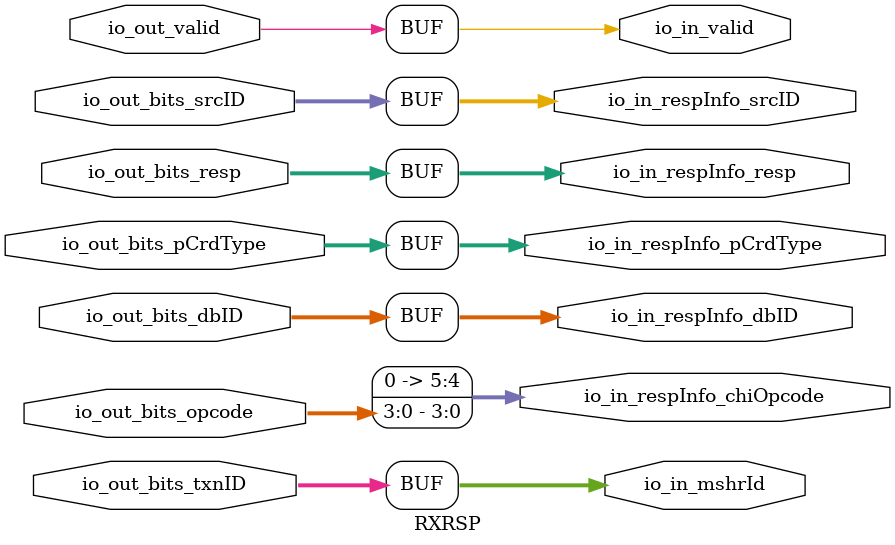
<source format=v>
module RXRSP(
  input        io_out_valid,
  input  [6:0] io_out_bits_srcID,
  input  [7:0] io_out_bits_txnID,
  input  [3:0] io_out_bits_opcode,
  input  [2:0] io_out_bits_resp,
  input  [7:0] io_out_bits_dbID,
  input  [3:0] io_out_bits_pCrdType,
  output       io_in_valid,
  output [7:0] io_in_mshrId,
  output [5:0] io_in_respInfo_chiOpcode,
  output [6:0] io_in_respInfo_srcID,
  output [7:0] io_in_respInfo_dbID,
  output [2:0] io_in_respInfo_resp,
  output [3:0] io_in_respInfo_pCrdType
);

  assign io_in_valid = io_out_valid;
  assign io_in_mshrId = io_out_bits_txnID;
  assign io_in_respInfo_chiOpcode = {2'h0, io_out_bits_opcode};
  assign io_in_respInfo_srcID = io_out_bits_srcID;
  assign io_in_respInfo_dbID = io_out_bits_dbID;
  assign io_in_respInfo_resp = io_out_bits_resp;
  assign io_in_respInfo_pCrdType = io_out_bits_pCrdType;
endmodule


</source>
